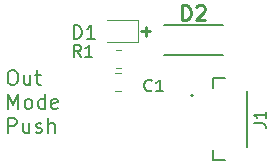
<source format=gbr>
%TF.GenerationSoftware,KiCad,Pcbnew,7.0.2*%
%TF.CreationDate,2023-10-18T18:01:29-04:00*%
%TF.ProjectId,encoder_go_v1_rev2,656e636f-6465-4725-9f67-6f5f76315f72,rev?*%
%TF.SameCoordinates,Original*%
%TF.FileFunction,Legend,Top*%
%TF.FilePolarity,Positive*%
%FSLAX46Y46*%
G04 Gerber Fmt 4.6, Leading zero omitted, Abs format (unit mm)*
G04 Created by KiCad (PCBNEW 7.0.2) date 2023-10-18 18:01:29*
%MOMM*%
%LPD*%
G01*
G04 APERTURE LIST*
%ADD10C,0.250000*%
%ADD11C,0.200000*%
%ADD12C,0.150000*%
%ADD13C,0.160000*%
%ADD14C,0.254000*%
%ADD15C,0.120000*%
%ADD16C,0.127000*%
G04 APERTURE END LIST*
D10*
X150032378Y-92751489D02*
X150794283Y-92751489D01*
X150413330Y-93132442D02*
X150413330Y-92370537D01*
D11*
X139035714Y-96047023D02*
X139273809Y-96047023D01*
X139273809Y-96047023D02*
X139392857Y-96106547D01*
X139392857Y-96106547D02*
X139511904Y-96225595D01*
X139511904Y-96225595D02*
X139571428Y-96463690D01*
X139571428Y-96463690D02*
X139571428Y-96880357D01*
X139571428Y-96880357D02*
X139511904Y-97118452D01*
X139511904Y-97118452D02*
X139392857Y-97237500D01*
X139392857Y-97237500D02*
X139273809Y-97297023D01*
X139273809Y-97297023D02*
X139035714Y-97297023D01*
X139035714Y-97297023D02*
X138916666Y-97237500D01*
X138916666Y-97237500D02*
X138797619Y-97118452D01*
X138797619Y-97118452D02*
X138738095Y-96880357D01*
X138738095Y-96880357D02*
X138738095Y-96463690D01*
X138738095Y-96463690D02*
X138797619Y-96225595D01*
X138797619Y-96225595D02*
X138916666Y-96106547D01*
X138916666Y-96106547D02*
X139035714Y-96047023D01*
X140642857Y-96463690D02*
X140642857Y-97297023D01*
X140107143Y-96463690D02*
X140107143Y-97118452D01*
X140107143Y-97118452D02*
X140166666Y-97237500D01*
X140166666Y-97237500D02*
X140285714Y-97297023D01*
X140285714Y-97297023D02*
X140464285Y-97297023D01*
X140464285Y-97297023D02*
X140583333Y-97237500D01*
X140583333Y-97237500D02*
X140642857Y-97177976D01*
X141059523Y-96463690D02*
X141535714Y-96463690D01*
X141238095Y-96047023D02*
X141238095Y-97118452D01*
X141238095Y-97118452D02*
X141297618Y-97237500D01*
X141297618Y-97237500D02*
X141416666Y-97297023D01*
X141416666Y-97297023D02*
X141535714Y-97297023D01*
X138797619Y-99322023D02*
X138797619Y-98072023D01*
X138797619Y-98072023D02*
X139214285Y-98964880D01*
X139214285Y-98964880D02*
X139630952Y-98072023D01*
X139630952Y-98072023D02*
X139630952Y-99322023D01*
X140404761Y-99322023D02*
X140285713Y-99262500D01*
X140285713Y-99262500D02*
X140226190Y-99202976D01*
X140226190Y-99202976D02*
X140166666Y-99083928D01*
X140166666Y-99083928D02*
X140166666Y-98726785D01*
X140166666Y-98726785D02*
X140226190Y-98607738D01*
X140226190Y-98607738D02*
X140285713Y-98548214D01*
X140285713Y-98548214D02*
X140404761Y-98488690D01*
X140404761Y-98488690D02*
X140583332Y-98488690D01*
X140583332Y-98488690D02*
X140702380Y-98548214D01*
X140702380Y-98548214D02*
X140761904Y-98607738D01*
X140761904Y-98607738D02*
X140821428Y-98726785D01*
X140821428Y-98726785D02*
X140821428Y-99083928D01*
X140821428Y-99083928D02*
X140761904Y-99202976D01*
X140761904Y-99202976D02*
X140702380Y-99262500D01*
X140702380Y-99262500D02*
X140583332Y-99322023D01*
X140583332Y-99322023D02*
X140404761Y-99322023D01*
X141892856Y-99322023D02*
X141892856Y-98072023D01*
X141892856Y-99262500D02*
X141773808Y-99322023D01*
X141773808Y-99322023D02*
X141535713Y-99322023D01*
X141535713Y-99322023D02*
X141416665Y-99262500D01*
X141416665Y-99262500D02*
X141357142Y-99202976D01*
X141357142Y-99202976D02*
X141297618Y-99083928D01*
X141297618Y-99083928D02*
X141297618Y-98726785D01*
X141297618Y-98726785D02*
X141357142Y-98607738D01*
X141357142Y-98607738D02*
X141416665Y-98548214D01*
X141416665Y-98548214D02*
X141535713Y-98488690D01*
X141535713Y-98488690D02*
X141773808Y-98488690D01*
X141773808Y-98488690D02*
X141892856Y-98548214D01*
X142964284Y-99262500D02*
X142845236Y-99322023D01*
X142845236Y-99322023D02*
X142607141Y-99322023D01*
X142607141Y-99322023D02*
X142488094Y-99262500D01*
X142488094Y-99262500D02*
X142428570Y-99143452D01*
X142428570Y-99143452D02*
X142428570Y-98667261D01*
X142428570Y-98667261D02*
X142488094Y-98548214D01*
X142488094Y-98548214D02*
X142607141Y-98488690D01*
X142607141Y-98488690D02*
X142845236Y-98488690D01*
X142845236Y-98488690D02*
X142964284Y-98548214D01*
X142964284Y-98548214D02*
X143023808Y-98667261D01*
X143023808Y-98667261D02*
X143023808Y-98786309D01*
X143023808Y-98786309D02*
X142428570Y-98905357D01*
X138797619Y-101347023D02*
X138797619Y-100097023D01*
X138797619Y-100097023D02*
X139273809Y-100097023D01*
X139273809Y-100097023D02*
X139392857Y-100156547D01*
X139392857Y-100156547D02*
X139452380Y-100216071D01*
X139452380Y-100216071D02*
X139511904Y-100335119D01*
X139511904Y-100335119D02*
X139511904Y-100513690D01*
X139511904Y-100513690D02*
X139452380Y-100632738D01*
X139452380Y-100632738D02*
X139392857Y-100692261D01*
X139392857Y-100692261D02*
X139273809Y-100751785D01*
X139273809Y-100751785D02*
X138797619Y-100751785D01*
X140583333Y-100513690D02*
X140583333Y-101347023D01*
X140047619Y-100513690D02*
X140047619Y-101168452D01*
X140047619Y-101168452D02*
X140107142Y-101287500D01*
X140107142Y-101287500D02*
X140226190Y-101347023D01*
X140226190Y-101347023D02*
X140404761Y-101347023D01*
X140404761Y-101347023D02*
X140523809Y-101287500D01*
X140523809Y-101287500D02*
X140583333Y-101227976D01*
X141119047Y-101287500D02*
X141238094Y-101347023D01*
X141238094Y-101347023D02*
X141476190Y-101347023D01*
X141476190Y-101347023D02*
X141595237Y-101287500D01*
X141595237Y-101287500D02*
X141654761Y-101168452D01*
X141654761Y-101168452D02*
X141654761Y-101108928D01*
X141654761Y-101108928D02*
X141595237Y-100989880D01*
X141595237Y-100989880D02*
X141476190Y-100930357D01*
X141476190Y-100930357D02*
X141297618Y-100930357D01*
X141297618Y-100930357D02*
X141178571Y-100870833D01*
X141178571Y-100870833D02*
X141119047Y-100751785D01*
X141119047Y-100751785D02*
X141119047Y-100692261D01*
X141119047Y-100692261D02*
X141178571Y-100573214D01*
X141178571Y-100573214D02*
X141297618Y-100513690D01*
X141297618Y-100513690D02*
X141476190Y-100513690D01*
X141476190Y-100513690D02*
X141595237Y-100573214D01*
X142190476Y-101347023D02*
X142190476Y-100097023D01*
X142726190Y-101347023D02*
X142726190Y-100692261D01*
X142726190Y-100692261D02*
X142666666Y-100573214D01*
X142666666Y-100573214D02*
X142547618Y-100513690D01*
X142547618Y-100513690D02*
X142369047Y-100513690D01*
X142369047Y-100513690D02*
X142249999Y-100573214D01*
X142249999Y-100573214D02*
X142190476Y-100632738D01*
D12*
%TO.C,R1*%
X144933651Y-94920451D02*
X144600318Y-94444260D01*
X144362223Y-94920451D02*
X144362223Y-93920451D01*
X144362223Y-93920451D02*
X144743175Y-93920451D01*
X144743175Y-93920451D02*
X144838413Y-93968070D01*
X144838413Y-93968070D02*
X144886032Y-94015689D01*
X144886032Y-94015689D02*
X144933651Y-94110927D01*
X144933651Y-94110927D02*
X144933651Y-94253784D01*
X144933651Y-94253784D02*
X144886032Y-94349022D01*
X144886032Y-94349022D02*
X144838413Y-94396641D01*
X144838413Y-94396641D02*
X144743175Y-94444260D01*
X144743175Y-94444260D02*
X144362223Y-94444260D01*
X145886032Y-94920451D02*
X145314604Y-94920451D01*
X145600318Y-94920451D02*
X145600318Y-93920451D01*
X145600318Y-93920451D02*
X145505080Y-94063308D01*
X145505080Y-94063308D02*
X145409842Y-94158546D01*
X145409842Y-94158546D02*
X145314604Y-94206165D01*
%TO.C,C1*%
X150937391Y-97758081D02*
X150889772Y-97805701D01*
X150889772Y-97805701D02*
X150746915Y-97853320D01*
X150746915Y-97853320D02*
X150651677Y-97853320D01*
X150651677Y-97853320D02*
X150508820Y-97805701D01*
X150508820Y-97805701D02*
X150413582Y-97710462D01*
X150413582Y-97710462D02*
X150365963Y-97615224D01*
X150365963Y-97615224D02*
X150318344Y-97424748D01*
X150318344Y-97424748D02*
X150318344Y-97281891D01*
X150318344Y-97281891D02*
X150365963Y-97091415D01*
X150365963Y-97091415D02*
X150413582Y-96996177D01*
X150413582Y-96996177D02*
X150508820Y-96900939D01*
X150508820Y-96900939D02*
X150651677Y-96853320D01*
X150651677Y-96853320D02*
X150746915Y-96853320D01*
X150746915Y-96853320D02*
X150889772Y-96900939D01*
X150889772Y-96900939D02*
X150937391Y-96948558D01*
X151889772Y-97853320D02*
X151318344Y-97853320D01*
X151604058Y-97853320D02*
X151604058Y-96853320D01*
X151604058Y-96853320D02*
X151508820Y-96996177D01*
X151508820Y-96996177D02*
X151413582Y-97091415D01*
X151413582Y-97091415D02*
X151318344Y-97139034D01*
D13*
%TO.C,D1*%
X144349189Y-93408009D02*
X144349189Y-92258009D01*
X144349189Y-92258009D02*
X144622999Y-92258009D01*
X144622999Y-92258009D02*
X144787284Y-92312771D01*
X144787284Y-92312771D02*
X144896808Y-92422295D01*
X144896808Y-92422295D02*
X144951570Y-92531819D01*
X144951570Y-92531819D02*
X145006332Y-92750867D01*
X145006332Y-92750867D02*
X145006332Y-92915152D01*
X145006332Y-92915152D02*
X144951570Y-93134200D01*
X144951570Y-93134200D02*
X144896808Y-93243724D01*
X144896808Y-93243724D02*
X144787284Y-93353248D01*
X144787284Y-93353248D02*
X144622999Y-93408009D01*
X144622999Y-93408009D02*
X144349189Y-93408009D01*
X146101570Y-93408009D02*
X145444427Y-93408009D01*
X145772999Y-93408009D02*
X145772999Y-92258009D01*
X145772999Y-92258009D02*
X145663475Y-92422295D01*
X145663475Y-92422295D02*
X145553951Y-92531819D01*
X145553951Y-92531819D02*
X145444427Y-92586581D01*
D12*
%TO.C,J1*%
X159568619Y-100561333D02*
X160282904Y-100561333D01*
X160282904Y-100561333D02*
X160425761Y-100608952D01*
X160425761Y-100608952D02*
X160521000Y-100704190D01*
X160521000Y-100704190D02*
X160568619Y-100847047D01*
X160568619Y-100847047D02*
X160568619Y-100942285D01*
X160568619Y-99561333D02*
X160568619Y-100132761D01*
X160568619Y-99847047D02*
X159568619Y-99847047D01*
X159568619Y-99847047D02*
X159711476Y-99942285D01*
X159711476Y-99942285D02*
X159806714Y-100037523D01*
X159806714Y-100037523D02*
X159854333Y-100132761D01*
D14*
%TO.C,D2*%
X153507618Y-91824525D02*
X153507618Y-90554525D01*
X153507618Y-90554525D02*
X153809999Y-90554525D01*
X153809999Y-90554525D02*
X153991428Y-90615001D01*
X153991428Y-90615001D02*
X154112380Y-90735953D01*
X154112380Y-90735953D02*
X154172857Y-90856906D01*
X154172857Y-90856906D02*
X154233333Y-91098810D01*
X154233333Y-91098810D02*
X154233333Y-91280239D01*
X154233333Y-91280239D02*
X154172857Y-91522144D01*
X154172857Y-91522144D02*
X154112380Y-91643096D01*
X154112380Y-91643096D02*
X153991428Y-91764049D01*
X153991428Y-91764049D02*
X153809999Y-91824525D01*
X153809999Y-91824525D02*
X153507618Y-91824525D01*
X154717142Y-90675477D02*
X154777618Y-90615001D01*
X154777618Y-90615001D02*
X154898571Y-90554525D01*
X154898571Y-90554525D02*
X155200952Y-90554525D01*
X155200952Y-90554525D02*
X155321904Y-90615001D01*
X155321904Y-90615001D02*
X155382380Y-90675477D01*
X155382380Y-90675477D02*
X155442857Y-90796429D01*
X155442857Y-90796429D02*
X155442857Y-90917382D01*
X155442857Y-90917382D02*
X155382380Y-91098810D01*
X155382380Y-91098810D02*
X154656666Y-91824525D01*
X154656666Y-91824525D02*
X155442857Y-91824525D01*
D15*
%TO.C,R1*%
X147873254Y-94372832D02*
X148327382Y-94372832D01*
X147873254Y-95842832D02*
X148327382Y-95842832D01*
%TO.C,C1*%
X147842806Y-96335701D02*
X148365310Y-96335701D01*
X147842806Y-97805701D02*
X148365310Y-97805701D01*
%TO.C,D1*%
X149808001Y-93700999D02*
X149808001Y-91780999D01*
X149808001Y-91780999D02*
X147123001Y-91780999D01*
X147123001Y-93700999D02*
X149808001Y-93700999D01*
D16*
%TO.C,J1*%
X156137000Y-96687000D02*
X157117000Y-96687000D01*
X156137000Y-97567000D02*
X156137000Y-96687000D01*
X159037000Y-97807000D02*
X159037000Y-102567000D01*
X156137000Y-103687000D02*
X156137000Y-102807000D01*
X156137000Y-103687000D02*
X157117000Y-103687000D01*
D11*
X154437000Y-98187000D02*
G75*
G03*
X154437000Y-98187000I-100000J0D01*
G01*
%TO.C,D2*%
X151945000Y-94748999D02*
X156945000Y-94748999D01*
X156945000Y-92224999D02*
X151945000Y-92224999D01*
%TD*%
M02*

</source>
